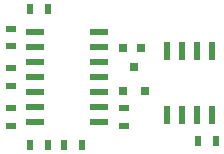
<source format=gbr>
G04 #@! TF.FileFunction,Paste,Top*
%FSLAX46Y46*%
G04 Gerber Fmt 4.6, Leading zero omitted, Abs format (unit mm)*
G04 Created by KiCad (PCBNEW 4.0.1-stable) date 3/15/2016 2:58:39 PM*
%MOMM*%
G01*
G04 APERTURE LIST*
%ADD10C,0.100000*%
%ADD11R,0.800000X0.750000*%
%ADD12R,0.800100X0.800100*%
%ADD13R,0.900000X0.500000*%
%ADD14R,0.500000X0.900000*%
%ADD15R,1.500000X0.600000*%
%ADD16R,0.600000X1.550000*%
G04 APERTURE END LIST*
D10*
D11*
X139125000Y-104500000D03*
X137625000Y-104500000D03*
D12*
X137625000Y-108150760D03*
X139525000Y-108150760D03*
X138575000Y-106151780D03*
D13*
X128125000Y-102875000D03*
X128125000Y-104375000D03*
X128125000Y-106225000D03*
X128125000Y-107725000D03*
X128125000Y-109575000D03*
X128125000Y-111075000D03*
D14*
X131275000Y-101225000D03*
X129775000Y-101225000D03*
X129775000Y-112725000D03*
X131275000Y-112725000D03*
X132675000Y-112725000D03*
X134175000Y-112725000D03*
X143975000Y-112350000D03*
X145475000Y-112350000D03*
D13*
X137725000Y-109600000D03*
X137725000Y-111100000D03*
D15*
X130225000Y-103165000D03*
X130225000Y-104435000D03*
X130225000Y-105705000D03*
X130225000Y-106975000D03*
X130225000Y-108245000D03*
X130225000Y-109515000D03*
X130225000Y-110785000D03*
X135625000Y-110785000D03*
X135625000Y-109515000D03*
X135625000Y-108245000D03*
X135625000Y-106975000D03*
X135625000Y-105705000D03*
X135625000Y-104435000D03*
X135625000Y-103165000D03*
D16*
X145180000Y-104800000D03*
X143910000Y-104800000D03*
X142640000Y-104800000D03*
X141370000Y-104800000D03*
X141370000Y-110200000D03*
X142640000Y-110200000D03*
X143910000Y-110200000D03*
X145180000Y-110200000D03*
M02*

</source>
